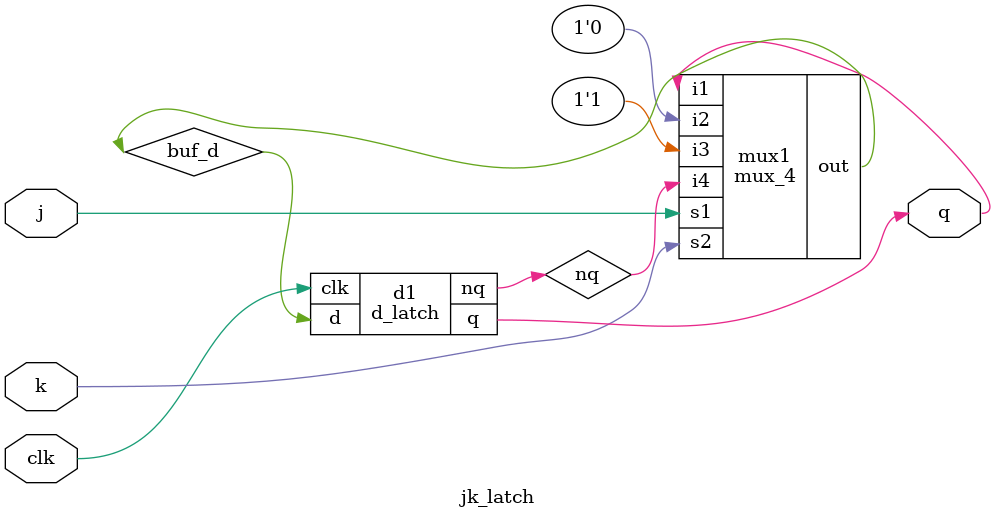
<source format=v>

module d_latch(input d, clk, output q, nq);
    wire na1, na2, na3, na4;

    nand (na1, na4, na2);
    nand (na2, na1, clk);
    nand (na3, na2, clk, na4);
    nand (na4, na3, d);
    nand (q, na2, nq);
    nand (nq, na3, q);
endmodule


module dec_24(input s1, s2, output o1, o2, o3, o4);
    wire ns1, ns2;

    not (ns1, s1);
    not (ns2, s2);

    and (o1, ns1, ns2);
    and (o2, ns1, s2);
    and (o3, s1, ns2);
    and (o4, s1, s2);
endmodule

// Presentation 1 slide 39
module mux_4(input i1, i2, i3, i4, s1, s2, output out);
   wire m1, m2, m3, m4;
   wire a1, a2, a3, a4;
   dec_24 dec1(.s1(s1), .s2(s2), .o1(m1), .o2(m2), .o3(m3), .o4(m4));
   and (a1, m1, i1);
   and (a2, m2, i2);
   and (a3, m3, i3);
   and (a4, m4, i4);
   or  (out, a1, a2, a3, a4);
endmodule 

// JK latch logic table
// clk | j | k | q
// ----------------
// -   | ? | ? | q
// -   | 0 | 0 | q
// -   | 0 | 1 | 0
// -   | 1 | 0 | 1
// -   | 1 | 1 | ~q
module jk_latch(input clk, j, k, output q);
   wire nq, buf_d;
   mux_4 mux1(.i1(q), .i2(1'b0), .i3(1'b1), .i4(nq), .s1(j), .s2(k), .out(buf_d));
   d_latch d1(.d(buf_d), .clk(clk), .q(q), .nq(nq));
endmodule


</source>
